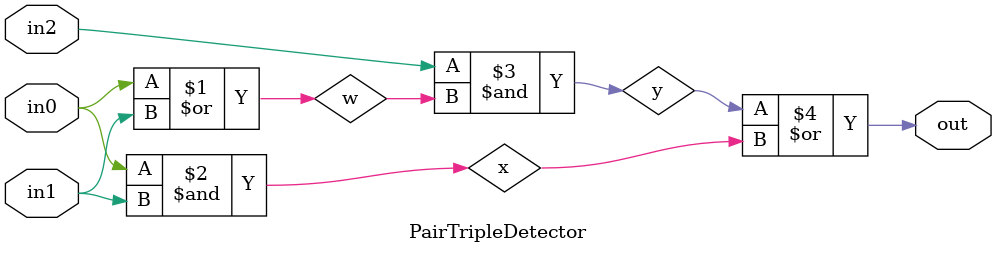
<source format=v>

module PairTripleDetector
(
  input  wire in0,
  input  wire in1,
  input  wire in2,
  output wire out
);

  wire x,y,w;

  or(w, in0, in1);
  and(x, in0, in1);
  and(y, in2, w);
  or(out, y, x);

  // '''''''''''''''''''''''''''''''''''''''''''''''''''''''''''''''''''''
  // Discussion Section Task
  // '''''''''''''''''''''''''''''''''''''''''''''''''''''''''''''''''''''
  // Implement a pair/triple detector using explicit gate-level modeling.

endmodule


</source>
